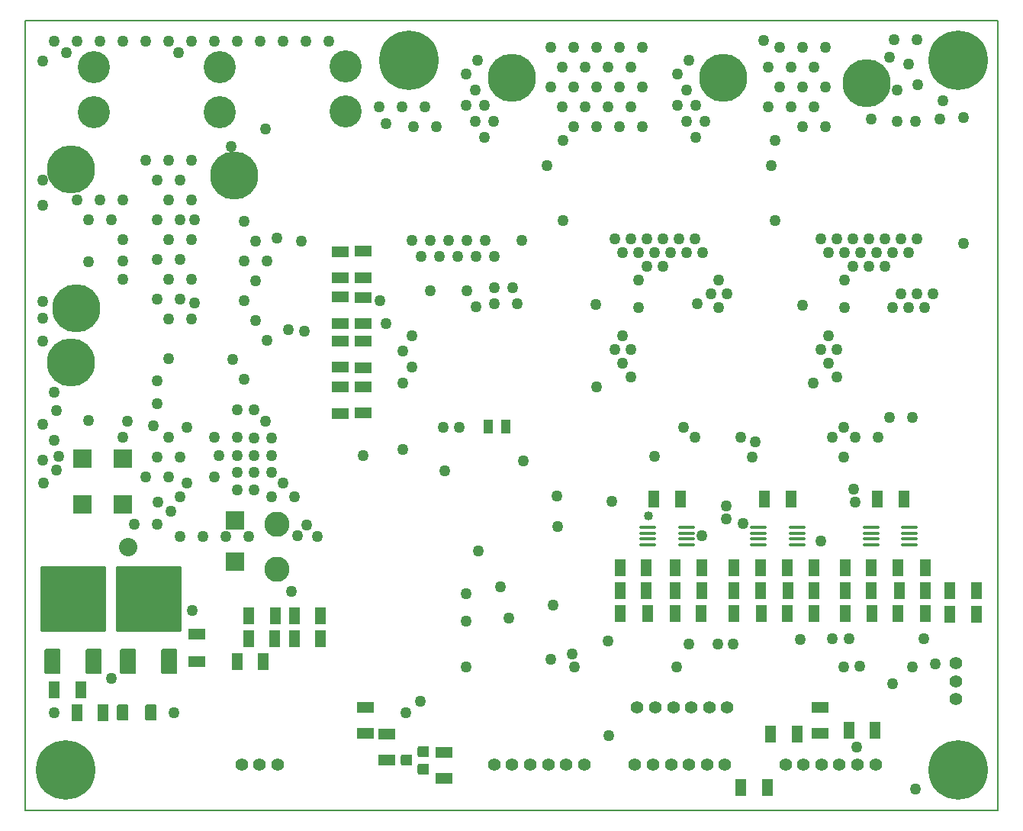
<source format=gbr>
G04 PROTEUS GERBER X2 FILE*
%TF.GenerationSoftware,Labcenter,Proteus,8.7-SP3-Build25561*%
%TF.CreationDate,2021-07-03T21:28:02+00:00*%
%TF.FileFunction,Soldermask,Bot*%
%TF.FilePolarity,Negative*%
%TF.Part,Single*%
%TF.SameCoordinates,{f2efd226-c5f6-4210-91bb-6bc09b7e039f}*%
%FSLAX45Y45*%
%MOMM*%
G01*
%TA.AperFunction,Material*%
%ADD54C,1.270000*%
%ADD55C,2.032000*%
%ADD56C,1.016000*%
%TA.AperFunction,Material*%
%ADD59C,5.334000*%
%AMPPAD074*
4,1,4,
-0.901700,0.571500,
-0.901700,-0.571500,
0.901700,-0.571500,
0.901700,0.571500,
-0.901700,0.571500,
0*%
%TA.AperFunction,Material*%
%ADD84PPAD074*%
%AMPPAD075*
4,1,36,
3.492500,3.619500,
-3.492500,3.619500,
-3.518470,3.616970,
-3.542480,3.609700,
-3.564080,3.598150,
-3.582790,3.582790,
-3.598150,3.564070,
-3.609700,3.542480,
-3.616970,3.518470,
-3.619500,3.492500,
-3.619500,-3.492500,
-3.616970,-3.518470,
-3.609700,-3.542480,
-3.598150,-3.564070,
-3.582790,-3.582790,
-3.564080,-3.598150,
-3.542480,-3.609700,
-3.518470,-3.616970,
-3.492500,-3.619500,
3.492500,-3.619500,
3.518470,-3.616970,
3.542480,-3.609700,
3.564080,-3.598150,
3.582790,-3.582790,
3.598150,-3.564070,
3.609700,-3.542480,
3.616970,-3.518470,
3.619500,-3.492500,
3.619500,3.492500,
3.616970,3.518470,
3.609700,3.542480,
3.598150,3.564070,
3.582790,3.582790,
3.564080,3.598150,
3.542480,3.609700,
3.518470,3.616970,
3.492500,3.619500,
0*%
%TA.AperFunction,Material*%
%ADD85PPAD075*%
%AMPPAD076*
4,1,36,
0.762000,1.397000,
-0.762000,1.397000,
-0.787970,1.394470,
-0.811980,1.387200,
-0.833580,1.375650,
-0.852290,1.360290,
-0.867650,1.341570,
-0.879200,1.319980,
-0.886470,1.295970,
-0.889000,1.270000,
-0.889000,-1.270000,
-0.886470,-1.295970,
-0.879200,-1.319980,
-0.867650,-1.341570,
-0.852290,-1.360290,
-0.833580,-1.375650,
-0.811980,-1.387200,
-0.787970,-1.394470,
-0.762000,-1.397000,
0.762000,-1.397000,
0.787970,-1.394470,
0.811980,-1.387200,
0.833580,-1.375650,
0.852290,-1.360290,
0.867650,-1.341570,
0.879200,-1.319980,
0.886470,-1.295970,
0.889000,-1.270000,
0.889000,1.270000,
0.886470,1.295970,
0.879200,1.319980,
0.867650,1.341570,
0.852290,1.360290,
0.833580,1.375650,
0.811980,1.387200,
0.787970,1.394470,
0.762000,1.397000,
0*%
%ADD86PPAD076*%
%AMPPAD077*
4,1,4,
0.571500,0.901700,
-0.571500,0.901700,
-0.571500,-0.901700,
0.571500,-0.901700,
0.571500,0.901700,
0*%
%TA.AperFunction,Material*%
%ADD87PPAD077*%
%AMPPAD078*
4,1,36,
0.901700,-0.025400,
0.901700,0.025400,
0.898160,0.061750,
0.887980,0.095370,
0.871810,0.125600,
0.850300,0.151800,
0.824110,0.173310,
0.793870,0.189480,
0.760250,0.199660,
0.723900,0.203200,
-0.723900,0.203200,
-0.760250,0.199660,
-0.793870,0.189480,
-0.824110,0.173310,
-0.850300,0.151800,
-0.871810,0.125600,
-0.887980,0.095370,
-0.898160,0.061750,
-0.901700,0.025400,
-0.901700,-0.025400,
-0.898160,-0.061750,
-0.887980,-0.095370,
-0.871810,-0.125600,
-0.850300,-0.151800,
-0.824110,-0.173310,
-0.793870,-0.189480,
-0.760250,-0.199660,
-0.723900,-0.203200,
0.723900,-0.203200,
0.760250,-0.199660,
0.793870,-0.189480,
0.824110,-0.173310,
0.850300,-0.151800,
0.871810,-0.125600,
0.887980,-0.095370,
0.898160,-0.061750,
0.901700,-0.025400,
0*%
%TA.AperFunction,Material*%
%ADD88PPAD078*%
%AMPPAD079*
4,1,36,
-0.508000,-0.889000,
0.508000,-0.889000,
0.533970,-0.886470,
0.557980,-0.879200,
0.579580,-0.867650,
0.598290,-0.852290,
0.613650,-0.833570,
0.625200,-0.811980,
0.632470,-0.787970,
0.635000,-0.762000,
0.635000,0.762000,
0.632470,0.787970,
0.625200,0.811980,
0.613650,0.833570,
0.598290,0.852290,
0.579580,0.867650,
0.557980,0.879200,
0.533970,0.886470,
0.508000,0.889000,
-0.508000,0.889000,
-0.533970,0.886470,
-0.557980,0.879200,
-0.579580,0.867650,
-0.598290,0.852290,
-0.613650,0.833570,
-0.625200,0.811980,
-0.632470,0.787970,
-0.635000,0.762000,
-0.635000,-0.762000,
-0.632470,-0.787970,
-0.625200,-0.811980,
-0.613650,-0.833570,
-0.598290,-0.852290,
-0.579580,-0.867650,
-0.557980,-0.879200,
-0.533970,-0.886470,
-0.508000,-0.889000,
0*%
%TA.AperFunction,Material*%
%ADD89PPAD079*%
%TA.AperFunction,Material*%
%ADD78C,1.397000*%
%TA.AperFunction,Material*%
%ADD79C,3.556000*%
%TA.AperFunction,Material*%
%ADD80C,6.604000*%
%TA.AperFunction,Material*%
%ADD81C,2.794000*%
%AMPPAD080*
4,1,4,
-0.469900,-0.723900,
0.469900,-0.723900,
0.469900,0.723900,
-0.469900,0.723900,
-0.469900,-0.723900,
0*%
%ADD90PPAD080*%
%AMPPAD081*
4,1,36,
0.635000,-0.444500,
0.635000,0.444500,
0.632470,0.470470,
0.625200,0.494480,
0.613650,0.516080,
0.598290,0.534790,
0.579570,0.550150,
0.557980,0.561700,
0.533970,0.568970,
0.508000,0.571500,
-0.508000,0.571500,
-0.533970,0.568970,
-0.557980,0.561700,
-0.579570,0.550150,
-0.598290,0.534790,
-0.613650,0.516080,
-0.625200,0.494480,
-0.632470,0.470470,
-0.635000,0.444500,
-0.635000,-0.444500,
-0.632470,-0.470470,
-0.625200,-0.494480,
-0.613650,-0.516080,
-0.598290,-0.534790,
-0.579570,-0.550150,
-0.557980,-0.561700,
-0.533970,-0.568970,
-0.508000,-0.571500,
0.508000,-0.571500,
0.533970,-0.568970,
0.557980,-0.561700,
0.579570,-0.550150,
0.598290,-0.534790,
0.613650,-0.516080,
0.625200,-0.494480,
0.632470,-0.470470,
0.635000,-0.444500,
0*%
%TA.AperFunction,Material*%
%ADD91PPAD081*%
%AMPPAD082*
4,1,4,
-1.054100,1.054100,
-1.054100,-1.054100,
1.054100,-1.054100,
1.054100,1.054100,
-1.054100,1.054100,
0*%
%TA.AperFunction,Material*%
%ADD92PPAD082*%
%TA.AperFunction,Profile*%
%ADD39C,0.203200*%
%TD.AperFunction*%
D54*
X+3225800Y+1174750D03*
X+3479800Y+1174750D03*
X+5257800Y+1174750D03*
X+5511800Y+1174750D03*
X+5765800Y+1174750D03*
X+7543800Y+1174750D03*
X+7797800Y+1174750D03*
X+3098800Y+1394720D03*
X+3352800Y+1394720D03*
X+4876800Y+1394720D03*
X+5130800Y+1394720D03*
X+5384800Y+1394720D03*
X+5638800Y+1394720D03*
X+7162800Y+1394720D03*
X+7416800Y+1394720D03*
X+7670800Y+1394720D03*
X+4749800Y+1614690D03*
X+5003800Y+1614690D03*
X+5257800Y+1614690D03*
X+5511800Y+1614690D03*
X+5765800Y+1614690D03*
X+7289800Y+1614690D03*
X+7543800Y+1614690D03*
X+7797800Y+1614690D03*
X+4876800Y+1834660D03*
X+5130800Y+1834660D03*
X+5384800Y+1834660D03*
X+5638800Y+1834660D03*
X+7162800Y+1834660D03*
X+7416800Y+1834660D03*
X+7670800Y+1834660D03*
X+4749800Y+2054630D03*
X+5003800Y+2054630D03*
X+5257800Y+2054630D03*
X+5511800Y+2054630D03*
X+5765800Y+2054630D03*
X+7289800Y+2054630D03*
X+7543800Y+2054630D03*
X+7797800Y+2054630D03*
X+6375400Y-793750D03*
X+3213100Y-1497654D03*
X+3111500Y-1321678D03*
X+3213100Y-1145702D03*
X+4127500Y-617774D03*
X+4330700Y-617774D03*
X+3314700Y-265822D03*
X+3517900Y-265822D03*
X+3721100Y-265822D03*
X+3924300Y-265822D03*
X+4127500Y-265822D03*
X+3213100Y-89846D03*
X+3416300Y-89846D03*
X+3619500Y-89846D03*
X+3822700Y-89846D03*
X+4025900Y-89846D03*
X+4432300Y-89846D03*
X+4013200Y+1052310D03*
X+3911600Y+1228286D03*
X+4114800Y+1228286D03*
X+3810000Y+1404262D03*
X+4013200Y+1404262D03*
X+3911600Y+1580238D03*
X+3810000Y+1756214D03*
X+3937000Y+1905000D03*
X+8597900Y+1228286D03*
X+8801100Y+1228286D03*
X+8597900Y+1580238D03*
X+8724900Y+1866900D03*
X+6363969Y+1052310D03*
X+6262369Y+1228286D03*
X+6465569Y+1228286D03*
X+6160769Y+1404262D03*
X+6363969Y+1404262D03*
X+6262369Y+1580238D03*
X+6160769Y+1756214D03*
X+6286500Y+1905000D03*
X+7747000Y-3429000D03*
X+6428649Y-3363510D03*
X+3111500Y-1673630D03*
X+4127500Y-793750D03*
X+4381500Y-793750D03*
X+5003800Y+1174750D03*
X-127000Y-4953000D03*
D55*
X+63500Y-3492500D03*
D54*
X+1870921Y-3983646D03*
X+1599186Y-1195100D03*
X+1472186Y-975130D03*
X+1345186Y-755160D03*
X+1472186Y-535190D03*
X+1345186Y-315220D03*
X+1599186Y-315220D03*
X+1472186Y-95250D03*
X+1345186Y+124720D03*
X+1714500Y-63500D03*
X+1206500Y+952500D03*
X+1587500Y+1143000D03*
X-876300Y-2781300D03*
X-889000Y-2526810D03*
X-762000Y-2306840D03*
X-889000Y-2133600D03*
X-381000Y-2086870D03*
X-762000Y-1778000D03*
X-736600Y-1981200D03*
X-889000Y-1206990D03*
X-889000Y-952500D03*
X-889000Y-767050D03*
X-381000Y-327110D03*
X+2844800Y+1394720D03*
X+8305800Y+1257545D03*
X+9067800Y+1257545D03*
X+8509000Y+1943100D03*
X+8559800Y+2137425D03*
X+8813800Y+2137425D03*
D56*
X+5837110Y-3144357D03*
D54*
X+2921000Y+1206500D03*
X+4889500Y+1016000D03*
X+4889500Y+127000D03*
X+2857500Y-762000D03*
X+9334500Y-127000D03*
X+9334500Y+1270000D03*
X+7239000Y+1016000D03*
X+7239000Y+127000D03*
X+4191000Y-3937000D03*
X+6286500Y-4572000D03*
X+6604000Y-4572000D03*
X+7519052Y-4519896D03*
X+7874000Y-4508500D03*
X+3811743Y-4009908D03*
X+3810000Y-4318000D03*
X+2921000Y-1016000D03*
X+635000Y-3378275D03*
X+889000Y-3378275D03*
X+1143000Y-3378275D03*
X+1397000Y-3378275D03*
X+1943100Y-3365500D03*
X+2159000Y-3378275D03*
X+127000Y-3238500D03*
X+381000Y-3238500D03*
X+1651000Y-2667000D03*
X+1651000Y-2286000D03*
X+1460500Y-2476500D03*
X+393700Y-2997200D03*
X+508000Y-2718365D03*
X+1460500Y-2857500D03*
X+1460500Y-2667000D03*
X+1651000Y-2476500D03*
X+381000Y-2498395D03*
X+381000Y-1651000D03*
X+1270000Y-2476500D03*
X+1270000Y-2667000D03*
X+3111500Y-2413000D03*
X+4445000Y-2540000D03*
X+6985000Y-2498395D03*
X+0Y-2278425D03*
X+342900Y-2146300D03*
X+508000Y-2278425D03*
X+1016000Y-2278425D03*
X+1270000Y-2278425D03*
X+1270000Y-2857500D03*
X+1270000Y-1968500D03*
X+1460500Y-1968500D03*
X+1460500Y-2286000D03*
X+6858000Y-2278425D03*
X+381000Y-1905000D03*
X+1587500Y-2095500D03*
X+508000Y-1398545D03*
X+508000Y-958605D03*
X+762000Y-958605D03*
X+381000Y-738635D03*
X+635000Y-738635D03*
X+0Y-518665D03*
X+508000Y-518665D03*
X+762000Y-518665D03*
X+381000Y-298695D03*
X+635000Y-298695D03*
X+0Y-78725D03*
X+508000Y-78725D03*
X+762000Y-78725D03*
X-381000Y+141245D03*
X-127000Y+141245D03*
X+381000Y+141245D03*
X+635000Y+141245D03*
X-508000Y+361215D03*
X-254000Y+361215D03*
X+0Y+361215D03*
X+508000Y+361215D03*
X+762000Y+361215D03*
X-889000Y+581185D03*
X+381000Y+581185D03*
X+635000Y+581185D03*
X+254000Y+801155D03*
X+508000Y+801155D03*
X+762000Y+801155D03*
X-889000Y+1901005D03*
X-762000Y+2120975D03*
X-508000Y+2120975D03*
X-254000Y+2120975D03*
X+0Y+2120975D03*
X+254000Y+2120975D03*
X+508000Y+2120975D03*
X+762000Y+2120975D03*
X+1016000Y+2120975D03*
X+1270000Y+2120975D03*
X+1524000Y+2120975D03*
X+1778000Y+2120975D03*
X+2032000Y+2120975D03*
X+2286000Y+2120975D03*
X+5384021Y-4535575D03*
X-762000Y-5334000D03*
X+4283159Y-4283011D03*
X+4826045Y-3267760D03*
X+8890000Y-4508500D03*
X+8144101Y-5716084D03*
X+6153231Y-4826944D03*
X+6778656Y-4571579D03*
X+8064500Y-4508500D03*
X+8001000Y-4826000D03*
X+5397500Y-5588000D03*
X+4775444Y-4133215D03*
X+4754453Y-4741974D03*
X+3810000Y-4826000D03*
X+4993399Y-4680922D03*
X+5016500Y-4826000D03*
X+3302000Y-5207000D03*
X+3145817Y-5333103D03*
X+2667000Y-2476500D03*
X+1841500Y-1079500D03*
X+2014205Y-1094840D03*
X+571500Y-5334000D03*
X+772975Y-4198785D03*
X+3576345Y-2643122D03*
X+7543800Y-812800D03*
X+8127850Y-2993866D03*
X+8118219Y-2853714D03*
X+4818888Y-2925288D03*
X+5249412Y-804176D03*
X+6696244Y-3035770D03*
X+5257800Y-1714500D03*
X+5905500Y-2489200D03*
X+6883138Y-3230089D03*
X+6698805Y-3180794D03*
X+7664736Y-1676863D03*
X-736600Y-2641600D03*
X+635000Y-2938335D03*
X+1651000Y-2938335D03*
X+1905000Y-2938335D03*
X+254000Y-2718365D03*
X+1016000Y-2718365D03*
X+50800Y-2095500D03*
X+635000Y-2498395D03*
X+8001000Y-2498395D03*
X+6350000Y-2278425D03*
X+7874000Y-2278425D03*
X+8128000Y-2278425D03*
X+8382000Y-2278425D03*
X+8509000Y-2058455D03*
X+8763000Y-2058455D03*
X+1345186Y-1635040D03*
X+1218186Y-1415070D03*
X+1980186Y-95250D03*
X+3944752Y-3532550D03*
X+5431385Y-2982601D03*
X+3924300Y-823914D03*
X+3416300Y-647938D03*
X+3822700Y-647938D03*
X+7924800Y-1608885D03*
X+7835900Y-1454906D03*
X+7747000Y-1300927D03*
X+7924800Y-1300927D03*
X+7835900Y-1146948D03*
X+8013700Y-838990D03*
X+8547100Y-838990D03*
X+8724900Y-838990D03*
X+8902700Y-838990D03*
X+8636000Y-685011D03*
X+8813800Y-685011D03*
X+8991600Y-685011D03*
X+8013700Y-531032D03*
X+8102600Y-377053D03*
X+8280400Y-377053D03*
X+8458200Y-377053D03*
X+7835900Y-223074D03*
X+8013700Y-223074D03*
X+8191500Y-223074D03*
X+8369300Y-223074D03*
X+8547100Y-223074D03*
X+8724900Y-223074D03*
X+7747000Y-69095D03*
X+7924800Y-69095D03*
X+8102600Y-69095D03*
X+8280400Y-69095D03*
X+8458200Y-69095D03*
X+8636000Y-69095D03*
X+8813800Y-69095D03*
X+5638800Y-1608885D03*
X+5549900Y-1454906D03*
X+5461000Y-1300927D03*
X+5638800Y-1300927D03*
X+5549900Y-1146948D03*
X+5727700Y-838990D03*
X+6616700Y-838990D03*
X+6527800Y-685011D03*
X+6705600Y-685011D03*
X+5727700Y-531032D03*
X+6616700Y-531032D03*
X+5816600Y-377053D03*
X+5994400Y-377053D03*
X+5549900Y-223074D03*
X+5727700Y-223074D03*
X+5905500Y-223074D03*
X+6083300Y-223074D03*
X+6261100Y-223074D03*
X+6438900Y-223074D03*
X+5461000Y-69095D03*
X+5638800Y-69095D03*
X+5816600Y-69095D03*
X+5994400Y-69095D03*
X+6172200Y-69095D03*
X+6350000Y-69095D03*
X+2044700Y-3246294D03*
X+533400Y-3092315D03*
X+711200Y-2784357D03*
X+1778000Y-2784357D03*
X+1066800Y-2476399D03*
X+7023100Y-2322420D03*
X+711200Y-2168441D03*
X+3556000Y-2168441D03*
X+3733800Y-2168441D03*
X+6223000Y-2168441D03*
X+8001000Y-2168441D03*
X+800100Y-782630D03*
X+0Y-320693D03*
X+800100Y+141244D03*
X-889000Y+295223D03*
X-622300Y+1988992D03*
X+622300Y+1988992D03*
X+4711700Y+738213D03*
X+7200900Y+738213D03*
X+7112000Y+2124024D03*
X-711200Y-2482816D03*
X+8826500Y+1638300D03*
X+9105900Y+1460500D03*
X+8179340Y-4812956D03*
X+8546457Y-5012353D03*
X+8802625Y-6177544D03*
X+9017000Y-4790567D03*
X+8763000Y-4826000D03*
D59*
X+4318000Y+1714500D03*
X+6667500Y+1714500D03*
X+8255000Y+1651000D03*
D84*
X+2413000Y-716000D03*
X+2413000Y-1016000D03*
X+2413000Y-218000D03*
X+2413000Y-508000D03*
X+2667000Y-208000D03*
X+2667000Y-508000D03*
X+2667000Y-726000D03*
X+2667000Y-1016000D03*
D85*
X-546100Y-4071620D03*
D86*
X-317500Y-4762500D03*
X-774700Y-4762500D03*
D85*
X+292100Y-4071620D03*
D86*
X+520700Y-4762500D03*
X+63500Y-4762500D03*
D59*
X-571500Y+698500D03*
X-571500Y-1447800D03*
D87*
X-462000Y-5080000D03*
X-762000Y-5080000D03*
D84*
X+825500Y-4762500D03*
X+825500Y-4462500D03*
X+2667000Y-1206500D03*
X+2667000Y-1506500D03*
X+2413000Y-1714500D03*
X+2413000Y-2014500D03*
X+2667000Y-1714500D03*
X+2667000Y-2004500D03*
X+2413000Y-1206500D03*
X+2413000Y-1496500D03*
D88*
X+6259000Y-3273402D03*
X+6259000Y-3338402D03*
X+6259000Y-3403402D03*
X+6259000Y-3468402D03*
X+5829000Y-3468402D03*
X+5829000Y-3403402D03*
X+5829000Y-3338402D03*
X+5829000Y-3273402D03*
X+7486107Y-3273033D03*
X+7486107Y-3338033D03*
X+7486107Y-3403033D03*
X+7486107Y-3468033D03*
X+7056107Y-3468033D03*
X+7056107Y-3403033D03*
X+7056107Y-3338033D03*
X+7056107Y-3273033D03*
X+8735869Y-3274533D03*
X+8735869Y-3339533D03*
X+8735869Y-3404533D03*
X+8735869Y-3469533D03*
X+8305869Y-3469533D03*
X+8305869Y-3404533D03*
X+8305869Y-3339533D03*
X+8305869Y-3274533D03*
D87*
X+6195500Y-2957402D03*
X+5895500Y-2957402D03*
X+7422607Y-2957033D03*
X+7122607Y-2957033D03*
X+8672369Y-2958533D03*
X+8372369Y-2958533D03*
X+6432000Y-3719402D03*
X+6132000Y-3719402D03*
X+7676607Y-3719033D03*
X+7376607Y-3719033D03*
X+8908869Y-3719033D03*
X+8608869Y-3719033D03*
X+6432000Y-3973402D03*
X+6132000Y-3973402D03*
X+5824500Y-4227402D03*
X+5524500Y-4227402D03*
X+5524500Y-3719402D03*
X+5814500Y-3719402D03*
X+6422000Y-4227402D03*
X+6132000Y-4227402D03*
X+5814500Y-3973402D03*
X+5524500Y-3973402D03*
X+6787607Y-3719033D03*
X+7077607Y-3719033D03*
X+7676607Y-3973033D03*
X+7386607Y-3973033D03*
X+7077607Y-3973033D03*
X+6787607Y-3973033D03*
X+8019869Y-3719033D03*
X+8309869Y-3719033D03*
X+8908869Y-3973033D03*
X+8618869Y-3973033D03*
X+8309869Y-3973033D03*
X+8019869Y-3973033D03*
X+7087607Y-4227033D03*
X+6787607Y-4227033D03*
X+7676607Y-4227033D03*
X+7376607Y-4227033D03*
X+8319869Y-4227033D03*
X+8019869Y-4227033D03*
X+8908869Y-4227033D03*
X+8608869Y-4227033D03*
X+7158000Y-6159500D03*
X+6858000Y-6159500D03*
X+1697000Y-4254500D03*
X+1397000Y-4254500D03*
D89*
X+0Y-5334000D03*
X+314960Y-5334000D03*
D78*
X+9245600Y-5181500D03*
X+9245600Y-4981500D03*
X+9245600Y-4781500D03*
D87*
X+8064500Y-5524500D03*
X+8354500Y-5524500D03*
X+7193500Y-5570499D03*
X+7483500Y-5570499D03*
D84*
X+7737500Y-5560500D03*
X+7737500Y-5270500D03*
D87*
X+9184200Y-4241800D03*
X+9474200Y-4241800D03*
X-218000Y-5334000D03*
X-508000Y-5334000D03*
X+1905000Y-4508500D03*
X+2195000Y-4508500D03*
X+1905000Y-4254500D03*
X+2195000Y-4254500D03*
X+1397000Y-4508500D03*
X+1687000Y-4508500D03*
X+1560000Y-4762500D03*
X+1270000Y-4762500D03*
D78*
X+8356500Y-5905500D03*
X+8156500Y-5905500D03*
X+7956500Y-5905500D03*
X+7756500Y-5905500D03*
X+7556500Y-5905500D03*
X+7356500Y-5905500D03*
D59*
X-510798Y-841109D03*
X+1240380Y+628303D03*
D79*
X+1079500Y+1333500D03*
X+1079500Y+1833500D03*
X-317500Y+1333500D03*
X-317500Y+1833500D03*
X+2476500Y+1337500D03*
X+2476500Y+1837500D03*
D80*
X+9271000Y+1905000D03*
X+3175000Y+1905000D03*
X+9271000Y-5969000D03*
X-635000Y-5969000D03*
D78*
X+4124500Y-5905500D03*
X+4324500Y-5905500D03*
X+4524500Y-5905500D03*
X+4724500Y-5905500D03*
X+4924500Y-5905500D03*
X+5124500Y-5905500D03*
X+5686500Y-5905500D03*
X+5886500Y-5905500D03*
X+6086500Y-5905500D03*
X+6286500Y-5905500D03*
X+6486500Y-5905500D03*
X+6686500Y-5905500D03*
X+5712000Y-5270500D03*
X+5912000Y-5270500D03*
X+6112000Y-5270500D03*
X+6312000Y-5270500D03*
X+6512000Y-5270500D03*
X+6712000Y-5270500D03*
X+1722731Y-5905500D03*
X+1522731Y-5905500D03*
X+1322731Y-5905500D03*
D81*
X+1714500Y-3738500D03*
X+1714500Y-3238500D03*
D90*
X+4054500Y-2159000D03*
X+4254500Y-2159000D03*
D84*
X+2692400Y-5562600D03*
X+2692400Y-5272600D03*
X+3568700Y-5767900D03*
X+3568700Y-6057900D03*
X+2933700Y-5854700D03*
X+2933700Y-5564700D03*
D91*
X+3149600Y-5859780D03*
X+3340100Y-5765800D03*
X+3340100Y-5953760D03*
D92*
X+5500Y-3022600D03*
X-444500Y-3022600D03*
X+5500Y-2514600D03*
X-444500Y-2514600D03*
X+1244600Y-3200400D03*
X+1244600Y-3650400D03*
D87*
X+9474200Y-3975100D03*
X+9184200Y-3975100D03*
D39*
X-1079500Y-6413500D02*
X+9715500Y-6413500D01*
X+9715500Y+2349500D01*
X-1079500Y+2349500D01*
X-1079500Y-6413500D01*
M02*

</source>
